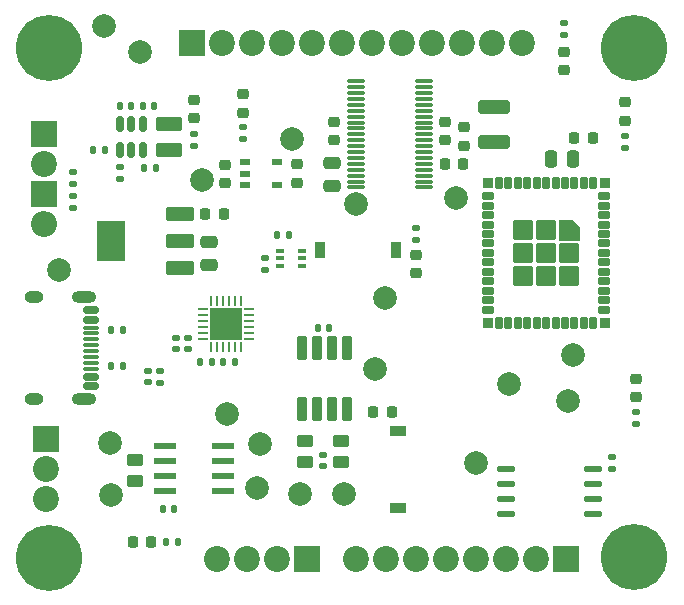
<source format=gts>
G04 #@! TF.GenerationSoftware,KiCad,Pcbnew,8.0.6*
G04 #@! TF.CreationDate,2024-12-10T14:38:04-08:00*
G04 #@! TF.ProjectId,Constellation Stack V1.2,436f6e73-7465-46c6-9c61-74696f6e2053,rev?*
G04 #@! TF.SameCoordinates,Original*
G04 #@! TF.FileFunction,Soldermask,Top*
G04 #@! TF.FilePolarity,Negative*
%FSLAX46Y46*%
G04 Gerber Fmt 4.6, Leading zero omitted, Abs format (unit mm)*
G04 Created by KiCad (PCBNEW 8.0.6) date 2024-12-10 14:38:04*
%MOMM*%
%LPD*%
G01*
G04 APERTURE LIST*
G04 Aperture macros list*
%AMRoundRect*
0 Rectangle with rounded corners*
0 $1 Rounding radius*
0 $2 $3 $4 $5 $6 $7 $8 $9 X,Y pos of 4 corners*
0 Add a 4 corners polygon primitive as box body*
4,1,4,$2,$3,$4,$5,$6,$7,$8,$9,$2,$3,0*
0 Add four circle primitives for the rounded corners*
1,1,$1+$1,$2,$3*
1,1,$1+$1,$4,$5*
1,1,$1+$1,$6,$7*
1,1,$1+$1,$8,$9*
0 Add four rect primitives between the rounded corners*
20,1,$1+$1,$2,$3,$4,$5,0*
20,1,$1+$1,$4,$5,$6,$7,0*
20,1,$1+$1,$6,$7,$8,$9,0*
20,1,$1+$1,$8,$9,$2,$3,0*%
G04 Aperture macros list end*
%ADD10C,0.010000*%
%ADD11RoundRect,0.150000X-0.500000X0.150000X-0.500000X-0.150000X0.500000X-0.150000X0.500000X0.150000X0*%
%ADD12RoundRect,0.075000X-0.575000X0.075000X-0.575000X-0.075000X0.575000X-0.075000X0.575000X0.075000X0*%
%ADD13O,2.100000X1.000000*%
%ADD14O,1.600000X1.000000*%
%ADD15RoundRect,0.250000X0.850000X-0.375000X0.850000X0.375000X-0.850000X0.375000X-0.850000X-0.375000X0*%
%ADD16RoundRect,0.135000X-0.135000X-0.185000X0.135000X-0.185000X0.135000X0.185000X-0.135000X0.185000X0*%
%ADD17RoundRect,0.135000X-0.185000X0.135000X-0.185000X-0.135000X0.185000X-0.135000X0.185000X0.135000X0*%
%ADD18RoundRect,0.135000X0.185000X-0.135000X0.185000X0.135000X-0.185000X0.135000X-0.185000X-0.135000X0*%
%ADD19RoundRect,0.140000X-0.170000X0.140000X-0.170000X-0.140000X0.170000X-0.140000X0.170000X0.140000X0*%
%ADD20RoundRect,0.099250X-0.297750X0.877750X-0.297750X-0.877750X0.297750X-0.877750X0.297750X0.877750X0*%
%ADD21RoundRect,0.250000X-1.100000X0.325000X-1.100000X-0.325000X1.100000X-0.325000X1.100000X0.325000X0*%
%ADD22R,1.397000X0.889000*%
%ADD23RoundRect,0.250000X-0.450000X0.262500X-0.450000X-0.262500X0.450000X-0.262500X0.450000X0.262500X0*%
%ADD24R,0.952500X0.508000*%
%ADD25RoundRect,0.075000X0.662500X0.075000X-0.662500X0.075000X-0.662500X-0.075000X0.662500X-0.075000X0*%
%ADD26RoundRect,0.218750X0.256250X-0.218750X0.256250X0.218750X-0.256250X0.218750X-0.256250X-0.218750X0*%
%ADD27RoundRect,0.140000X-0.140000X-0.170000X0.140000X-0.170000X0.140000X0.170000X-0.140000X0.170000X0*%
%ADD28RoundRect,0.225000X-0.250000X0.225000X-0.250000X-0.225000X0.250000X-0.225000X0.250000X0.225000X0*%
%ADD29RoundRect,0.250000X0.450000X-0.262500X0.450000X0.262500X-0.450000X0.262500X-0.450000X-0.262500X0*%
%ADD30RoundRect,0.135000X0.135000X0.185000X-0.135000X0.185000X-0.135000X-0.185000X0.135000X-0.185000X0*%
%ADD31RoundRect,0.062500X-0.350000X-0.062500X0.350000X-0.062500X0.350000X0.062500X-0.350000X0.062500X0*%
%ADD32RoundRect,0.062500X-0.062500X-0.350000X0.062500X-0.350000X0.062500X0.350000X-0.062500X0.350000X0*%
%ADD33R,2.700000X2.700000*%
%ADD34C,5.600000*%
%ADD35RoundRect,0.218750X-0.256250X0.218750X-0.256250X-0.218750X0.256250X-0.218750X0.256250X0.218750X0*%
%ADD36RoundRect,0.140000X0.140000X0.170000X-0.140000X0.170000X-0.140000X-0.170000X0.140000X-0.170000X0*%
%ADD37RoundRect,0.133350X-0.615950X-0.133350X0.615950X-0.133350X0.615950X0.133350X-0.615950X0.133350X0*%
%ADD38RoundRect,0.140000X0.170000X-0.140000X0.170000X0.140000X-0.170000X0.140000X-0.170000X-0.140000X0*%
%ADD39R,0.650000X0.400000*%
%ADD40RoundRect,0.225000X0.225000X0.250000X-0.225000X0.250000X-0.225000X-0.250000X0.225000X-0.250000X0*%
%ADD41R,0.889000X1.397000*%
%ADD42RoundRect,0.225000X-0.225000X-0.250000X0.225000X-0.250000X0.225000X0.250000X-0.225000X0.250000X0*%
%ADD43RoundRect,0.250000X-0.475000X0.250000X-0.475000X-0.250000X0.475000X-0.250000X0.475000X0.250000X0*%
%ADD44RoundRect,0.150000X-0.150000X0.512500X-0.150000X-0.512500X0.150000X-0.512500X0.150000X0.512500X0*%
%ADD45R,1.981200X0.540800*%
%ADD46RoundRect,0.250000X0.250000X0.475000X-0.250000X0.475000X-0.250000X-0.475000X0.250000X-0.475000X0*%
%ADD47RoundRect,0.102000X-0.200000X0.400000X-0.200000X-0.400000X0.200000X-0.400000X0.200000X0.400000X0*%
%ADD48RoundRect,0.102000X-0.400000X0.200000X-0.400000X-0.200000X0.400000X-0.200000X0.400000X0.200000X0*%
%ADD49RoundRect,0.102000X-0.725000X0.725000X-0.725000X-0.725000X0.725000X-0.725000X0.725000X0.725000X0*%
%ADD50RoundRect,0.102000X-0.350000X0.350000X-0.350000X-0.350000X0.350000X-0.350000X0.350000X0.350000X0*%
%ADD51RoundRect,0.250000X0.475000X-0.250000X0.475000X0.250000X-0.475000X0.250000X-0.475000X-0.250000X0*%
%ADD52RoundRect,0.218750X-0.218750X-0.256250X0.218750X-0.256250X0.218750X0.256250X-0.218750X0.256250X0*%
%ADD53RoundRect,0.102000X1.075000X0.475000X-1.075000X0.475000X-1.075000X-0.475000X1.075000X-0.475000X0*%
%ADD54RoundRect,0.102000X1.075000X1.625000X-1.075000X1.625000X-1.075000X-1.625000X1.075000X-1.625000X0*%
%ADD55C,2.000000*%
%ADD56O,2.200000X2.200000*%
%ADD57R,2.200000X2.200000*%
%ADD58C,2.200000*%
G04 APERTURE END LIST*
D10*
X74045000Y-44425000D02*
X74045000Y-45475000D01*
X72395000Y-45475000D01*
X72395000Y-43825000D01*
X73445000Y-43825000D01*
X74045000Y-44425000D01*
G36*
X74045000Y-44425000D02*
G01*
X74045000Y-45475000D01*
X72395000Y-45475000D01*
X72395000Y-43825000D01*
X73445000Y-43825000D01*
X74045000Y-44425000D01*
G37*
D11*
X32760000Y-51470000D03*
X32760000Y-52270000D03*
D12*
X32760000Y-53420000D03*
X32760000Y-54420000D03*
X32760000Y-54920000D03*
X32760000Y-55920000D03*
D11*
X32760000Y-57070000D03*
X32760000Y-57870000D03*
X32760000Y-57870000D03*
X32760000Y-57070000D03*
D12*
X32760000Y-56420000D03*
X32760000Y-55420000D03*
X32760000Y-53920000D03*
X32760000Y-52920000D03*
D11*
X32760000Y-52270000D03*
X32760000Y-51470000D03*
D13*
X32120000Y-50350000D03*
D14*
X27940000Y-50350000D03*
D13*
X32120000Y-58990000D03*
D14*
X27940000Y-58990000D03*
D15*
X39300000Y-37865000D03*
X39300000Y-35715000D03*
D16*
X32940000Y-37930000D03*
X33960000Y-37930000D03*
D17*
X35190000Y-39360001D03*
X35190000Y-40379999D03*
D18*
X78860000Y-61121250D03*
X78860000Y-60101250D03*
D19*
X39940000Y-53797500D03*
X39940000Y-54757500D03*
D18*
X47470000Y-48040000D03*
X47470000Y-47020000D03*
D20*
X54385000Y-54635000D03*
X53115000Y-54635000D03*
X51845000Y-54635000D03*
X50575000Y-54635000D03*
X50575000Y-59805000D03*
X51845000Y-59805000D03*
X53115000Y-59805000D03*
X54385000Y-59805000D03*
D21*
X66840000Y-34265000D03*
X66840000Y-37215000D03*
D22*
X58760000Y-68190002D03*
X58760000Y-61690000D03*
D19*
X38549999Y-56630000D03*
X38549999Y-57590000D03*
D16*
X48460000Y-45090000D03*
X49480000Y-45090000D03*
D23*
X53880000Y-62492500D03*
X53880000Y-64317500D03*
D17*
X72810000Y-27160000D03*
X72810000Y-28180000D03*
D24*
X45762050Y-38930040D03*
X45762050Y-39880000D03*
X45762050Y-40829960D03*
X48517950Y-40829960D03*
X48517950Y-38930040D03*
D25*
X60922500Y-41060000D03*
X60922500Y-40560000D03*
X60922500Y-40060000D03*
X60922500Y-39560000D03*
X60922500Y-39060000D03*
X60922500Y-38560000D03*
X60922500Y-38060000D03*
X60922500Y-37560000D03*
X60922500Y-37060000D03*
X60922500Y-36560000D03*
X60922500Y-36060000D03*
X60922500Y-35560000D03*
X60922500Y-35060000D03*
X60922500Y-34560000D03*
X60922500Y-34060000D03*
X60922500Y-33560000D03*
X60922500Y-33060000D03*
X60922500Y-32560000D03*
X60922500Y-32060000D03*
X55197500Y-32060000D03*
X55197500Y-32560000D03*
X55197500Y-33060000D03*
X55197500Y-33560000D03*
X55197500Y-34060000D03*
X55197500Y-34560000D03*
X55197500Y-35060000D03*
X55197500Y-35560000D03*
X55197500Y-36060000D03*
X55197500Y-36560000D03*
X55197500Y-37060000D03*
X55197500Y-37560000D03*
X55197500Y-38060000D03*
X55197500Y-38560000D03*
X55197500Y-39060000D03*
X55197500Y-39560000D03*
X55197500Y-40060000D03*
X55197500Y-40560000D03*
X55197500Y-41060000D03*
D26*
X72810000Y-31145000D03*
X72810000Y-29570000D03*
D27*
X35160000Y-34170000D03*
X36120000Y-34170000D03*
D28*
X64310000Y-35965000D03*
X64310000Y-37515000D03*
D29*
X36490000Y-65922500D03*
X36490000Y-64097500D03*
D30*
X43020001Y-55807500D03*
X42000001Y-55807500D03*
D31*
X42207500Y-51360000D03*
X42207500Y-51860000D03*
X42207500Y-52360000D03*
X42207500Y-52860000D03*
X42207500Y-53360000D03*
X42207500Y-53860000D03*
D32*
X42920000Y-54572500D03*
X43420000Y-54572500D03*
X43920000Y-54572500D03*
X44420000Y-54572500D03*
X44920000Y-54572500D03*
X45420000Y-54572500D03*
D31*
X46132500Y-53860000D03*
X46132500Y-53360000D03*
X46132500Y-52860000D03*
X46132500Y-52360000D03*
X46132500Y-51860000D03*
X46132500Y-51360000D03*
D32*
X45420000Y-50647500D03*
X44920000Y-50647500D03*
X44420000Y-50647500D03*
X43920000Y-50647500D03*
X43420000Y-50647500D03*
X42920000Y-50647500D03*
D33*
X44170000Y-52610000D03*
D28*
X60215001Y-46745318D03*
X60215001Y-48295318D03*
D17*
X60215450Y-44480318D03*
X60215450Y-45500318D03*
D28*
X50170000Y-39095000D03*
X50170000Y-40645000D03*
D34*
X29210000Y-29210000D03*
D29*
X50860000Y-64320000D03*
X50860000Y-62495000D03*
D17*
X31200000Y-39720002D03*
X31200000Y-40740002D03*
D30*
X40130000Y-71050000D03*
X39110000Y-71050000D03*
D35*
X45640001Y-33142502D03*
X45640001Y-34717502D03*
X41460000Y-33645000D03*
X41460000Y-35220000D03*
D28*
X62730000Y-35515000D03*
X62730000Y-37065000D03*
D35*
X78860000Y-57243751D03*
X78860000Y-58818751D03*
D34*
X29210000Y-72390000D03*
D30*
X44970000Y-55817500D03*
X43950000Y-55817500D03*
D36*
X39790000Y-68250000D03*
X38830000Y-68250000D03*
D34*
X78740000Y-29210000D03*
D37*
X67882400Y-64875000D03*
X67882400Y-66145000D03*
X67882400Y-67415000D03*
X67882400Y-68685000D03*
X75197600Y-68685000D03*
X75197600Y-67415000D03*
X75197600Y-66145000D03*
X75197600Y-64875000D03*
D38*
X76850000Y-64860000D03*
X76850000Y-63900000D03*
D28*
X44100001Y-39155001D03*
X44100001Y-40705001D03*
D39*
X48710000Y-46410000D03*
X48710000Y-47060000D03*
X48710000Y-47710000D03*
X50610000Y-47710000D03*
X50610000Y-47060000D03*
X50610000Y-46410000D03*
D40*
X58185000Y-60090000D03*
X56635000Y-60090000D03*
D18*
X41460000Y-37519999D03*
X41460000Y-36499999D03*
D41*
X52094999Y-46390318D03*
X58595001Y-46390318D03*
D42*
X42410000Y-43300000D03*
X43960000Y-43300000D03*
D43*
X42710000Y-45690000D03*
X42710000Y-47590000D03*
D17*
X31190000Y-41760000D03*
X31190000Y-42780000D03*
D16*
X34400000Y-56180000D03*
X35420000Y-56180000D03*
D28*
X53330000Y-35515000D03*
X53330000Y-37065000D03*
D16*
X34410000Y-53140000D03*
X35430000Y-53140000D03*
D44*
X37099999Y-35655000D03*
X36150000Y-35655000D03*
X35200001Y-35655000D03*
X35200001Y-37930000D03*
X36150000Y-37930000D03*
X37099999Y-37930000D03*
D18*
X45640000Y-36940000D03*
X45640000Y-35920000D03*
D19*
X52370000Y-63707500D03*
X52370000Y-64667500D03*
D45*
X43904999Y-66795000D03*
X43904999Y-65525000D03*
X43904999Y-64255000D03*
X43904999Y-62985000D03*
X38975001Y-62985000D03*
X38975001Y-64255000D03*
X38975001Y-65525000D03*
X38975001Y-66795000D03*
D18*
X77960000Y-37710000D03*
X77960000Y-36690000D03*
D46*
X73550000Y-38650000D03*
X71650000Y-38650000D03*
D36*
X38070000Y-34170000D03*
X37110000Y-34170000D03*
D19*
X37540000Y-56610000D03*
X37540000Y-57570000D03*
D47*
X75270000Y-40700000D03*
X74470000Y-40700000D03*
X73670000Y-40700000D03*
X72870000Y-40700000D03*
X72070000Y-40700000D03*
X71270000Y-40700000D03*
X70470000Y-40700000D03*
X69670000Y-40700000D03*
X68870000Y-40700000D03*
X68070000Y-40700000D03*
X67270000Y-40700000D03*
D48*
X66370000Y-41800000D03*
X66370000Y-42600000D03*
X66370000Y-43400000D03*
X66370000Y-44200000D03*
X66370000Y-45000000D03*
X66370000Y-45800000D03*
X66370000Y-46600000D03*
X66370000Y-47400000D03*
X66370000Y-48200000D03*
X66370000Y-49000000D03*
X66370000Y-49800000D03*
X66370000Y-50600000D03*
X66370000Y-51400000D03*
D47*
X67270000Y-52500000D03*
X68070000Y-52500000D03*
X68870000Y-52500000D03*
X69670000Y-52500000D03*
X70470000Y-52500000D03*
X71270000Y-52500000D03*
X72070000Y-52500000D03*
X72870000Y-52500000D03*
X73670000Y-52500000D03*
X74470000Y-52500000D03*
X75270000Y-52500000D03*
D48*
X76170000Y-51400000D03*
X76170000Y-50600000D03*
X76170000Y-49800000D03*
X76170000Y-49000000D03*
X76170000Y-48200000D03*
X76170000Y-47400000D03*
X76170000Y-46600000D03*
X76170000Y-45800000D03*
X76170000Y-45000000D03*
X76170000Y-44200000D03*
X76170000Y-43400000D03*
X76170000Y-42600000D03*
X76170000Y-41800000D03*
D49*
X71270000Y-46600000D03*
D50*
X76220000Y-52550000D03*
X66320000Y-52550000D03*
X66320000Y-40650000D03*
X76220000Y-40650000D03*
D49*
X71270000Y-44650000D03*
X69320000Y-44650000D03*
X69320000Y-46600000D03*
X69320000Y-48550000D03*
X71270000Y-48550000D03*
X73220000Y-48550000D03*
X73220000Y-46600000D03*
D51*
X53140000Y-40900000D03*
X53140000Y-39000000D03*
D34*
X78740000Y-72380000D03*
D35*
X77960000Y-33822500D03*
X77960000Y-35397500D03*
D52*
X36272501Y-71050000D03*
X37847501Y-71050000D03*
D27*
X51950000Y-52940000D03*
X52910000Y-52940000D03*
D42*
X62695000Y-39060000D03*
X64245000Y-39060000D03*
D27*
X37260000Y-39440000D03*
X38220000Y-39440000D03*
D19*
X40980001Y-53797500D03*
X40980001Y-54757500D03*
D53*
X40230000Y-47900000D03*
X40230000Y-45600000D03*
X40230000Y-43300000D03*
D54*
X34430000Y-45600000D03*
D42*
X73655000Y-36850000D03*
X75205000Y-36850000D03*
D55*
X73540000Y-55260000D03*
X34410000Y-67130000D03*
X34370000Y-62680000D03*
X46810000Y-66500000D03*
X30010000Y-48060000D03*
D56*
X28790000Y-44160000D03*
D57*
X28790000Y-41620000D03*
D58*
X28790000Y-39080000D03*
D57*
X28790000Y-36540000D03*
D55*
X33860000Y-27360000D03*
X73090000Y-59160000D03*
X54170000Y-67000000D03*
X36880000Y-29630000D03*
D57*
X41260000Y-28850000D03*
D58*
X43800000Y-28850000D03*
X46340000Y-28850000D03*
X48880000Y-28850000D03*
X51420000Y-28850000D03*
X53960000Y-28850000D03*
X56500000Y-28850000D03*
X59040000Y-28850000D03*
X61580000Y-28850000D03*
X64120000Y-28850000D03*
X66660000Y-28850000D03*
X69200000Y-28850000D03*
D55*
X49750000Y-36960000D03*
X50450000Y-67000000D03*
X55190000Y-42440001D03*
X56810000Y-56400000D03*
X44280000Y-60270000D03*
X68090000Y-57670000D03*
X65330000Y-64400000D03*
X42160000Y-40440000D03*
D57*
X51050000Y-72520000D03*
D58*
X48510000Y-72520000D03*
X45970000Y-72520000D03*
X43430000Y-72520000D03*
D55*
X63670000Y-41940000D03*
X57640000Y-50440000D03*
D58*
X28910000Y-67460000D03*
X28910000Y-64920000D03*
D57*
X28910000Y-62380000D03*
X72930000Y-72530000D03*
D58*
X70390000Y-72530000D03*
X67850000Y-72530000D03*
X65310000Y-72530000D03*
X62770000Y-72530000D03*
X60230000Y-72530000D03*
X57690000Y-72530000D03*
X55150000Y-72530000D03*
D55*
X47070000Y-62810000D03*
M02*

</source>
